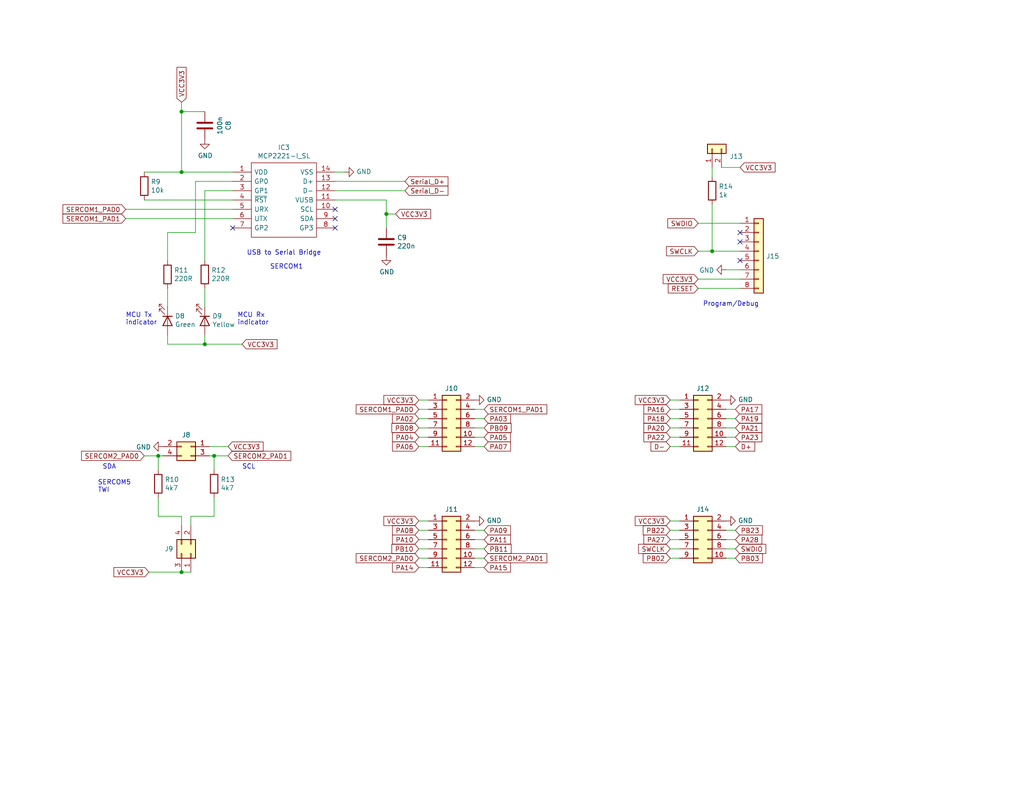
<source format=kicad_sch>
(kicad_sch (version 20211123) (generator eeschema)
  (paper "USLetter")
  (title_block (title "SAMD21 Demo Board") (date "2021-10-25") (rev "1.0") (company "Quantum Embedded Systems"))
  (lib_symbols
    (symbol "Connector_Generic:Conn_01x02" (pin_names (offset 1.016) hide)
      (property "Reference" "J" (at 0 2.54 0))
      (property "Value" "Conn_01x02" (at 0 -5.08 0))
      (symbol "Conn_01x02_1_1"
        (rectangle (start -1.27 -2.413) (end 0 -2.667) (stroke (width 0.1524)))
        (rectangle (start -1.27 0.127) (end 0 -0.127) (stroke (width 0.1524)))
        (rectangle (start -1.27 1.27) (end 1.27 -3.81) (stroke (width 0.254)) (fill (type background)))
        (pin passive line (at -5.08 0 0) (length 3.81) (name "Pin_1") (number "1"))
        (pin passive line (at -5.08 -2.54 0) (length 3.81) (name "Pin_2") (number "2"))
      )
    )
    (symbol "Connector_Generic:Conn_01x08" (pin_names (offset 1.016) hide)
      (property "Reference" "J" (at 0 10.16 0))
      (property "Value" "Conn_01x08" (at 0 -12.7 0))
      (symbol "Conn_01x08_1_1"
        (rectangle (start -1.27 -10.033) (end 0 -10.287) (stroke (width 0.1524)))
        (rectangle (start -1.27 -7.493) (end 0 -7.747) (stroke (width 0.1524)))
        (rectangle (start -1.27 -4.953) (end 0 -5.207) (stroke (width 0.1524)))
        (rectangle (start -1.27 -2.413) (end 0 -2.667) (stroke (width 0.1524)))
        (rectangle (start -1.27 0.127) (end 0 -0.127) (stroke (width 0.1524)))
        (rectangle (start -1.27 2.667) (end 0 2.413) (stroke (width 0.1524)))
        (rectangle (start -1.27 5.207) (end 0 4.953) (stroke (width 0.1524)))
        (rectangle (start -1.27 7.747) (end 0 7.493) (stroke (width 0.1524)))
        (rectangle (start -1.27 8.89) (end 1.27 -11.43) (stroke (width 0.254)) (fill (type background)))
        (pin passive line (at -5.08 7.62 0) (length 3.81) (name "Pin_1") (number "1"))
        (pin passive line (at -5.08 5.08 0) (length 3.81) (name "Pin_2") (number "2"))
        (pin passive line (at -5.08 2.54 0) (length 3.81) (name "Pin_3") (number "3"))
        (pin passive line (at -5.08 0 0) (length 3.81) (name "Pin_4") (number "4"))
        (pin passive line (at -5.08 -2.54 0) (length 3.81) (name "Pin_5") (number "5"))
        (pin passive line (at -5.08 -5.08 0) (length 3.81) (name "Pin_6") (number "6"))
        (pin passive line (at -5.08 -7.62 0) (length 3.81) (name "Pin_7") (number "7"))
        (pin passive line (at -5.08 -10.16 0) (length 3.81) (name "Pin_8") (number "8"))
      )
    )
    (symbol "Connector_Generic:Conn_02x02_Odd_Even" (pin_names (offset 1.016) hide)
      (property "Reference" "J" (at 1.27 2.54 0))
      (property "Value" "Conn_02x02_Odd_Even" (at 1.27 -5.08 0))
      (symbol "Conn_02x02_Odd_Even_1_1"
        (rectangle (start -1.27 -2.413) (end 0 -2.667) (stroke (width 0.1524)))
        (rectangle (start -1.27 0.127) (end 0 -0.127) (stroke (width 0.1524)))
        (rectangle (start -1.27 1.27) (end 3.81 -3.81) (stroke (width 0.254)) (fill (type background)))
        (rectangle (start 3.81 -2.413) (end 2.54 -2.667) (stroke (width 0.1524)))
        (rectangle (start 3.81 0.127) (end 2.54 -0.127) (stroke (width 0.1524)))
        (pin passive line (at -5.08 0 0) (length 3.81) (name "Pin_1") (number "1"))
        (pin passive line (at 7.62 0 180) (length 3.81) (name "Pin_2") (number "2"))
        (pin passive line (at -5.08 -2.54 0) (length 3.81) (name "Pin_3") (number "3"))
        (pin passive line (at 7.62 -2.54 180) (length 3.81) (name "Pin_4") (number "4"))
      )
    )
    (symbol "Connector_Generic:Conn_02x05_Odd_Even" (pin_names (offset 1.016) hide)
      (property "Reference" "J" (at 1.27 7.62 0))
      (property "Value" "Conn_02x05_Odd_Even" (at 1.27 -7.62 0))
      (symbol "Conn_02x05_Odd_Even_1_1"
        (rectangle (start -1.27 -4.953) (end 0 -5.207) (stroke (width 0.1524)))
        (rectangle (start -1.27 -2.413) (end 0 -2.667) (stroke (width 0.1524)))
        (rectangle (start -1.27 0.127) (end 0 -0.127) (stroke (width 0.1524)))
        (rectangle (start -1.27 2.667) (end 0 2.413) (stroke (width 0.1524)))
        (rectangle (start -1.27 5.207) (end 0 4.953) (stroke (width 0.1524)))
        (rectangle (start -1.27 6.35) (end 3.81 -6.35) (stroke (width 0.254)) (fill (type background)))
        (rectangle (start 3.81 -4.953) (end 2.54 -5.207) (stroke (width 0.1524)))
        (rectangle (start 3.81 -2.413) (end 2.54 -2.667) (stroke (width 0.1524)))
        (rectangle (start 3.81 0.127) (end 2.54 -0.127) (stroke (width 0.1524)))
        (rectangle (start 3.81 2.667) (end 2.54 2.413) (stroke (width 0.1524)))
        (rectangle (start 3.81 5.207) (end 2.54 4.953) (stroke (width 0.1524)))
        (pin passive line (at -5.08 5.08 0) (length 3.81) (name "Pin_1") (number "1"))
        (pin passive line (at 7.62 -5.08 180) (length 3.81) (name "Pin_10") (number "10"))
        (pin passive line (at 7.62 5.08 180) (length 3.81) (name "Pin_2") (number "2"))
        (pin passive line (at -5.08 2.54 0) (length 3.81) (name "Pin_3") (number "3"))
        (pin passive line (at 7.62 2.54 180) (length 3.81) (name "Pin_4") (number "4"))
        (pin passive line (at -5.08 0 0) (length 3.81) (name "Pin_5") (number "5"))
        (pin passive line (at 7.62 0 180) (length 3.81) (name "Pin_6") (number "6"))
        (pin passive line (at -5.08 -2.54 0) (length 3.81) (name "Pin_7") (number "7"))
        (pin passive line (at 7.62 -2.54 180) (length 3.81) (name "Pin_8") (number "8"))
        (pin passive line (at -5.08 -5.08 0) (length 3.81) (name "Pin_9") (number "9"))
      )
    )
    (symbol "Connector_Generic:Conn_02x06_Odd_Even" (pin_names (offset 1.016) hide)
      (property "Reference" "J" (at 1.27 7.62 0))
      (property "Value" "Conn_02x06_Odd_Even" (at 1.27 -10.16 0))
      (symbol "Conn_02x06_Odd_Even_1_1"
        (rectangle (start -1.27 -7.493) (end 0 -7.747) (stroke (width 0.1524)))
        (rectangle (start -1.27 -4.953) (end 0 -5.207) (stroke (width 0.1524)))
        (rectangle (start -1.27 -2.413) (end 0 -2.667) (stroke (width 0.1524)))
        (rectangle (start -1.27 0.127) (end 0 -0.127) (stroke (width 0.1524)))
        (rectangle (start -1.27 2.667) (end 0 2.413) (stroke (width 0.1524)))
        (rectangle (start -1.27 5.207) (end 0 4.953) (stroke (width 0.1524)))
        (rectangle (start -1.27 6.35) (end 3.81 -8.89) (stroke (width 0.254)) (fill (type background)))
        (rectangle (start 3.81 -7.493) (end 2.54 -7.747) (stroke (width 0.1524)))
        (rectangle (start 3.81 -4.953) (end 2.54 -5.207) (stroke (width 0.1524)))
        (rectangle (start 3.81 -2.413) (end 2.54 -2.667) (stroke (width 0.1524)))
        (rectangle (start 3.81 0.127) (end 2.54 -0.127) (stroke (width 0.1524)))
        (rectangle (start 3.81 2.667) (end 2.54 2.413) (stroke (width 0.1524)))
        (rectangle (start 3.81 5.207) (end 2.54 4.953) (stroke (width 0.1524)))
        (pin passive line (at -5.08 5.08 0) (length 3.81) (name "Pin_1") (number "1"))
        (pin passive line (at 7.62 -5.08 180) (length 3.81) (name "Pin_10") (number "10"))
        (pin passive line (at -5.08 -7.62 0) (length 3.81) (name "Pin_11") (number "11"))
        (pin passive line (at 7.62 -7.62 180) (length 3.81) (name "Pin_12") (number "12"))
        (pin passive line (at 7.62 5.08 180) (length 3.81) (name "Pin_2") (number "2"))
        (pin passive line (at -5.08 2.54 0) (length 3.81) (name "Pin_3") (number "3"))
        (pin passive line (at 7.62 2.54 180) (length 3.81) (name "Pin_4") (number "4"))
        (pin passive line (at -5.08 0 0) (length 3.81) (name "Pin_5") (number "5"))
        (pin passive line (at 7.62 0 180) (length 3.81) (name "Pin_6") (number "6"))
        (pin passive line (at -5.08 -2.54 0) (length 3.81) (name "Pin_7") (number "7"))
        (pin passive line (at 7.62 -2.54 180) (length 3.81) (name "Pin_8") (number "8"))
        (pin passive line (at -5.08 -5.08 0) (length 3.81) (name "Pin_9") (number "9"))
      )
    )
    (symbol "Device:C" (pin_numbers hide) (pin_names (offset 0.254))
      (property "Reference" "C" (at 0.635 2.54 0))
      (property "Value" "C" (at 0.635 -2.54 0))
      (symbol "C_0_1"
        (polyline (pts (xy -2.032 -0.762) (xy 2.032 -0.762)) (stroke (width 0.508)))
        (polyline (pts (xy -2.032 0.762) (xy 2.032 0.762)) (stroke (width 0.508)))
      )
      (symbol "C_1_1"
        (pin passive line (at 0 3.81 270) (length 2.794) (name "~") (number "1"))
        (pin passive line (at 0 -3.81 90) (length 2.794) (name "~") (number "2"))
      )
    )
    (symbol "Device:LED" (pin_numbers hide) (pin_names (offset 1.016) hide)
      (property "Reference" "D" (at 0 2.54 0))
      (property "Value" "LED" (at 0 -2.54 0))
      (symbol "LED_0_1"
        (polyline (pts (xy -1.27 -1.27) (xy -1.27 1.27)) (stroke (width 0.254)))
        (polyline (pts (xy -1.27 0) (xy 1.27 0)))
        (polyline (pts (xy 1.27 -1.27) (xy 1.27 1.27) (xy -1.27 0) (xy 1.27 -1.27)) (stroke (width 0.254)))
        (polyline (pts (xy -3.048 -0.762) (xy -4.572 -2.286) (xy -3.81 -2.286) (xy -4.572 -2.286) (xy -4.572 -1.524)))
        (polyline (pts (xy -1.778 -0.762) (xy -3.302 -2.286) (xy -2.54 -2.286) (xy -3.302 -2.286) (xy -3.302 -1.524)))
      )
      (symbol "LED_1_1"
        (pin passive line (at -3.81 0 0) (length 2.54) (name "K") (number "1"))
        (pin passive line (at 3.81 0 180) (length 2.54) (name "A") (number "2"))
      )
    )
    (symbol "Device:R" (pin_numbers hide) (pin_names (offset 0))
      (property "Reference" "R" (at 2.032 0 90))
      (property "Value" "R" (at 0 0 90))
      (symbol "R_0_1"
        (rectangle (start -1.016 -2.54) (end 1.016 2.54) (stroke (width 0.254)))
      )
      (symbol "R_1_1"
        (pin passive line (at 0 3.81 270) (length 1.27) (name "~") (number "1"))
        (pin passive line (at 0 -3.81 90) (length 1.27) (name "~") (number "2"))
      )
    )
    (symbol "SamacSys_Parts:MCP2221-I_SL" (pin_names (offset 0.762))
      (property "Reference" "IC" (at 24.13 7.62 0))
      (property "Value" "SamacSys_Parts_MCP2221-I_SL" (at 24.13 5.08 0))
      (symbol "MCP2221-I_SL_0_0"
        (pin passive line (at 0 0 0) (length 5.08) (name "VDD") (number "1"))
        (pin passive line (at 27.94 -10.16 180) (length 5.08) (name "SCL") (number "10"))
        (pin passive line (at 27.94 -7.62 180) (length 5.08) (name "VUSB") (number "11"))
        (pin passive line (at 27.94 -5.08 180) (length 5.08) (name "D-") (number "12"))
        (pin passive line (at 27.94 -2.54 180) (length 5.08) (name "D+") (number "13"))
        (pin passive line (at 27.94 0 180) (length 5.08) (name "VSS") (number "14"))
        (pin passive line (at 0 -2.54 0) (length 5.08) (name "GP0") (number "2"))
        (pin passive line (at 0 -5.08 0) (length 5.08) (name "GP1") (number "3"))
        (pin passive line (at 0 -7.62 0) (length 5.08) (name "~{RST}") (number "4"))
        (pin passive line (at 0 -10.16 0) (length 5.08) (name "URX") (number "5"))
        (pin passive line (at 0 -12.7 0) (length 5.08) (name "UTX") (number "6"))
        (pin passive line (at 0 -15.24 0) (length 5.08) (name "GP2") (number "7"))
        (pin passive line (at 27.94 -15.24 180) (length 5.08) (name "GP3") (number "8"))
        (pin passive line (at 27.94 -12.7 180) (length 5.08) (name "SDA") (number "9"))
      )
      (symbol "MCP2221-I_SL_0_1"
        (polyline (pts (xy 5.08 2.54) (xy 22.86 2.54) (xy 22.86 -17.78) (xy 5.08 -17.78) (xy 5.08 2.54)) (stroke (width 0.1524)))
      )
    )
    (symbol "power:GND" (power) (pin_names (offset 0))
      (property "Value" "GND" (at 0 -3.81 0))
      (symbol "GND_0_1"
        (polyline (pts (xy 0 0) (xy 0 -1.27) (xy 1.27 -1.27) (xy 0 -2.54) (xy -1.27 -1.27) (xy 0 -1.27)))
      )
      (symbol "GND_1_1"
        (pin power_in line (at 0 0 270) (length 0) hide (name "GND") (number "1"))
      )
    )
  )
  (junction (at 58.42 124.46))
  (junction (at 49.53 156.21))
  (junction (at 49.53 30.48))
  (junction (at 43.18 124.46))
  (junction (at 194.31 68.58))
  (junction (at 105.41 58.42))
  (junction (at 49.53 46.99))
  (junction (at 55.88 93.98))
  (no_connect (at 201.93 63.5))
  (no_connect (at 91.44 57.15))
  (no_connect (at 91.44 62.23))
  (no_connect (at 91.44 59.69))
  (no_connect (at 201.93 71.12))
  (no_connect (at 63.5 62.23))
  (no_connect (at 201.93 66.04))
  (wire (pts (xy 34.29 59.69) (xy 63.5 59.69)))
  (wire (pts (xy 45.72 93.98) (xy 55.88 93.98)))
  (wire (pts (xy 116.84 144.78) (xy 114.3 144.78)))
  (wire (pts (xy 114.3 142.24) (xy 116.84 142.24)))
  (wire (pts (xy 57.15 121.92) (xy 62.23 121.92)))
  (wire (pts (xy 194.31 55.88) (xy 194.31 68.58)))
  (wire (pts (xy 114.3 111.76) (xy 116.84 111.76)))
  (wire (pts (xy 190.5 78.74) (xy 201.93 78.74)))
  (wire (pts (xy 114.3 154.94) (xy 116.84 154.94)))
  (wire (pts (xy 93.98 46.99) (xy 91.44 46.99)))
  (wire (pts (xy 185.42 142.24) (xy 182.88 142.24)))
  (wire (pts (xy 200.66 149.86) (xy 198.12 149.86)))
  (wire (pts (xy 55.88 52.07) (xy 55.88 71.12)))
  (wire (pts (xy 116.84 149.86) (xy 114.3 149.86)))
  (wire (pts (xy 114.3 116.84) (xy 116.84 116.84)))
  (wire (pts (xy 43.18 140.97) (xy 49.53 140.97)))
  (wire (pts (xy 58.42 135.89) (xy 58.42 140.97)))
  (wire (pts (xy 39.37 124.46) (xy 43.18 124.46)))
  (wire (pts (xy 201.93 68.58) (xy 194.31 68.58)))
  (wire (pts (xy 201.93 76.2) (xy 190.5 76.2)))
  (wire (pts (xy 129.54 154.94) (xy 132.08 154.94)))
  (wire (pts (xy 55.88 30.48) (xy 49.53 30.48)))
  (wire (pts (xy 132.08 121.92) (xy 129.54 121.92)))
  (wire (pts (xy 182.88 119.38) (xy 185.42 119.38)))
  (wire (pts (xy 114.3 121.92) (xy 116.84 121.92)))
  (wire (pts (xy 107.95 58.42) (xy 105.41 58.42)))
  (wire (pts (xy 194.31 68.58) (xy 190.5 68.58)))
  (wire (pts (xy 52.07 156.21) (xy 49.53 156.21)))
  (wire (pts (xy 34.29 57.15) (xy 63.5 57.15)))
  (wire (pts (xy 198.12 114.3) (xy 200.66 114.3)))
  (wire (pts (xy 196.85 45.72) (xy 201.93 45.72)))
  (wire (pts (xy 185.42 121.92) (xy 182.88 121.92)))
  (wire (pts (xy 201.93 73.66) (xy 198.12 73.66)))
  (wire (pts (xy 132.08 147.32) (xy 129.54 147.32)))
  (wire (pts (xy 182.88 109.22) (xy 185.42 109.22)))
  (wire (pts (xy 129.54 149.86) (xy 132.08 149.86)))
  (wire (pts (xy 114.3 152.4) (xy 116.84 152.4)))
  (wire (pts (xy 200.66 121.92) (xy 198.12 121.92)))
  (wire (pts (xy 182.88 147.32) (xy 185.42 147.32)))
  (wire (pts (xy 185.42 111.76) (xy 182.88 111.76)))
  (wire (pts (xy 200.66 116.84) (xy 198.12 116.84)))
  (wire (pts (xy 49.53 46.99) (xy 49.53 30.48)))
  (wire (pts (xy 45.72 78.74) (xy 45.72 83.82)))
  (wire (pts (xy 114.3 109.22) (xy 116.84 109.22)))
  (wire (pts (xy 185.42 152.4) (xy 182.88 152.4)))
  (wire (pts (xy 91.44 54.61) (xy 105.41 54.61)))
  (wire (pts (xy 45.72 91.44) (xy 45.72 93.98)))
  (wire (pts (xy 58.42 128.27) (xy 58.42 124.46)))
  (wire (pts (xy 132.08 116.84) (xy 129.54 116.84)))
  (wire (pts (xy 40.64 156.21) (xy 49.53 156.21)))
  (wire (pts (xy 91.44 49.53) (xy 110.49 49.53)))
  (wire (pts (xy 58.42 124.46) (xy 62.23 124.46)))
  (wire (pts (xy 43.18 128.27) (xy 43.18 124.46)))
  (wire (pts (xy 129.54 144.78) (xy 132.08 144.78)))
  (wire (pts (xy 132.08 111.76) (xy 129.54 111.76)))
  (wire (pts (xy 198.12 147.32) (xy 200.66 147.32)))
  (wire (pts (xy 198.12 152.4) (xy 200.66 152.4)))
  (wire (pts (xy 114.3 114.3) (xy 116.84 114.3)))
  (wire (pts (xy 198.12 144.78) (xy 200.66 144.78)))
  (wire (pts (xy 55.88 93.98) (xy 66.04 93.98)))
  (wire (pts (xy 45.72 63.5) (xy 45.72 71.12)))
  (wire (pts (xy 198.12 119.38) (xy 200.66 119.38)))
  (wire (pts (xy 49.53 140.97) (xy 49.53 143.51)))
  (wire (pts (xy 185.42 116.84) (xy 182.88 116.84)))
  (wire (pts (xy 129.54 119.38) (xy 132.08 119.38)))
  (wire (pts (xy 105.41 58.42) (xy 105.41 62.23)))
  (wire (pts (xy 39.37 46.99) (xy 49.53 46.99)))
  (wire (pts (xy 129.54 114.3) (xy 132.08 114.3)))
  (wire (pts (xy 43.18 135.89) (xy 43.18 140.97)))
  (wire (pts (xy 63.5 49.53) (xy 53.34 49.53)))
  (wire (pts (xy 53.34 49.53) (xy 53.34 63.5)))
  (wire (pts (xy 116.84 119.38) (xy 114.3 119.38)))
  (wire (pts (xy 194.31 48.26) (xy 194.31 45.72)))
  (wire (pts (xy 57.15 124.46) (xy 58.42 124.46)))
  (wire (pts (xy 114.3 147.32) (xy 116.84 147.32)))
  (wire (pts (xy 190.5 60.96) (xy 201.93 60.96)))
  (wire (pts (xy 43.18 124.46) (xy 44.45 124.46)))
  (wire (pts (xy 49.53 30.48) (xy 49.53 27.94)))
  (wire (pts (xy 52.07 140.97) (xy 52.07 143.51)))
  (wire (pts (xy 182.88 149.86) (xy 185.42 149.86)))
  (wire (pts (xy 63.5 52.07) (xy 55.88 52.07)))
  (wire (pts (xy 105.41 54.61) (xy 105.41 58.42)))
  (wire (pts (xy 53.34 63.5) (xy 45.72 63.5)))
  (wire (pts (xy 58.42 140.97) (xy 52.07 140.97)))
  (wire (pts (xy 182.88 144.78) (xy 185.42 144.78)))
  (wire (pts (xy 55.88 78.74) (xy 55.88 83.82)))
  (wire (pts (xy 55.88 91.44) (xy 55.88 93.98)))
  (wire (pts (xy 63.5 46.99) (xy 49.53 46.99)))
  (wire (pts (xy 132.08 152.4) (xy 129.54 152.4)))
  (wire (pts (xy 182.88 114.3) (xy 185.42 114.3)))
  (wire (pts (xy 110.49 52.07) (xy 91.44 52.07)))
  (wire (pts (xy 63.5 54.61) (xy 39.37 54.61)))
  (wire (pts (xy 200.66 111.76) (xy 198.12 111.76)))
  (text "MCU Tx\nindicator" (at 34.29 88.9 0) (effects (font (size 1.27 1.27)) (justify left bottom)))
  (text "SCL" (at 66.04 128.27 0) (effects (font (size 1.27 1.27)) (justify left bottom)))
  (text "USB to Serial Bridge" (at 67.31 69.85 0) (effects (font (size 1.27 1.27)) (justify left bottom)))
  (text "SDA" (at 27.94 128.27 0) (effects (font (size 1.27 1.27)) (justify left bottom)))
  (text "MCU Rx\nindicator" (at 64.77 88.9 0) (effects (font (size 1.27 1.27)) (justify left bottom)))
  (text "SERCOM5\nTWI" (at 26.67 134.62 0) (effects (font (size 1.27 1.27)) (justify left bottom)))
  (text "Program/Debug" (at 191.77 83.82 0) (effects (font (size 1.27 1.27)) (justify left bottom)))
  (text "SERCOM1" (at 73.66 73.66 0) (effects (font (size 1.27 1.27)) (justify left bottom)))
  (global_label "PA09" (shape input) (at 132.08 144.78 0) (property "Intersheet References" "${INTERSHEET_REFS}" (effects hide)))
  (global_label "PA23" (shape input) (at 200.66 119.38 0) (property "Intersheet References" "${INTERSHEET_REFS}" (effects hide)))
  (global_label "D+" (shape input) (at 200.66 121.92 0) (property "Intersheet References" "${INTERSHEET_REFS}" (effects hide)))
  (global_label "RESET" (shape input) (at 190.5 78.74 180) (property "Intersheet References" "${INTERSHEET_REFS}" (effects hide)))
  (global_label "SERCOM1_PAD0" (shape input) (at 34.29 57.15 180) (property "Intersheet References" "${INTERSHEET_REFS}" (effects hide)))
  (global_label "SERCOM1_PAD0" (shape input) (at 114.3 111.76 180) (property "Intersheet References" "${INTERSHEET_REFS}" (effects hide)))
  (global_label "PA03" (shape input) (at 132.08 114.3 0) (property "Intersheet References" "${INTERSHEET_REFS}" (effects hide)))
  (global_label "VCC3V3" (shape input) (at 40.64 156.21 180) (property "Intersheet References" "${INTERSHEET_REFS}" (effects hide)))
  (global_label "PB22" (shape input) (at 182.88 144.78 180) (property "Intersheet References" "${INTERSHEET_REFS}" (effects hide)))
  (global_label "VCC3V3" (shape input) (at 62.23 121.92 0) (property "Intersheet References" "${INTERSHEET_REFS}" (effects hide)))
  (global_label "PA02" (shape input) (at 114.3 114.3 180) (property "Intersheet References" "${INTERSHEET_REFS}" (effects hide)))
  (global_label "PA19" (shape input) (at 200.66 114.3 0) (property "Intersheet References" "${INTERSHEET_REFS}" (effects hide)))
  (global_label "PA20" (shape input) (at 182.88 116.84 180) (property "Intersheet References" "${INTERSHEET_REFS}" (effects hide)))
  (global_label "SERCOM2_PAD1" (shape input) (at 62.23 124.46 0) (property "Intersheet References" "${INTERSHEET_REFS}" (effects hide)))
  (global_label "SWCLK" (shape input) (at 190.5 68.58 180) (property "Intersheet References" "${INTERSHEET_REFS}" (effects hide)))
  (global_label "PB02" (shape input) (at 182.88 152.4 180) (property "Intersheet References" "${INTERSHEET_REFS}" (effects hide)))
  (global_label "PA27" (shape input) (at 182.88 147.32 180) (property "Intersheet References" "${INTERSHEET_REFS}" (effects hide)))
  (global_label "VCC3V3" (shape input) (at 190.5 76.2 180) (property "Intersheet References" "${INTERSHEET_REFS}" (effects hide)))
  (global_label "VCC3V3" (shape input) (at 114.3 109.22 180) (property "Intersheet References" "${INTERSHEET_REFS}" (effects hide)))
  (global_label "VCC3V3" (shape input) (at 182.88 109.22 180) (property "Intersheet References" "${INTERSHEET_REFS}" (effects hide)))
  (global_label "PA04" (shape input) (at 114.3 119.38 180) (property "Intersheet References" "${INTERSHEET_REFS}" (effects hide)))
  (global_label "VCC3V3" (shape input) (at 66.04 93.98 0) (property "Intersheet References" "${INTERSHEET_REFS}" (effects hide)))
  (global_label "PA21" (shape input) (at 200.66 116.84 0) (property "Intersheet References" "${INTERSHEET_REFS}" (effects hide)))
  (global_label "VCC3V3" (shape input) (at 182.88 142.24 180) (property "Intersheet References" "${INTERSHEET_REFS}" (effects hide)))
  (global_label "PA18" (shape input) (at 182.88 114.3 180) (property "Intersheet References" "${INTERSHEET_REFS}" (effects hide)))
  (global_label "D-" (shape input) (at 182.88 121.92 180) (property "Intersheet References" "${INTERSHEET_REFS}" (effects hide)))
  (global_label "PA16" (shape input) (at 182.88 111.76 180) (property "Intersheet References" "${INTERSHEET_REFS}" (effects hide)))
  (global_label "PB08" (shape input) (at 114.3 116.84 180) (property "Intersheet References" "${INTERSHEET_REFS}" (effects hide)))
  (global_label "PA14" (shape input) (at 114.3 154.94 180) (property "Intersheet References" "${INTERSHEET_REFS}" (effects hide)))
  (global_label "PB11" (shape input) (at 132.08 149.86 0) (property "Intersheet References" "${INTERSHEET_REFS}" (effects hide)))
  (global_label "PA06" (shape input) (at 114.3 121.92 180) (property "Intersheet References" "${INTERSHEET_REFS}" (effects hide)))
  (global_label "SERCOM2_PAD0" (shape input) (at 39.37 124.46 180) (property "Intersheet References" "${INTERSHEET_REFS}" (effects hide)))
  (global_label "VCC3V3" (shape input) (at 114.3 142.24 180) (property "Intersheet References" "${INTERSHEET_REFS}" (effects hide)))
  (global_label "PA05" (shape input) (at 132.08 119.38 0) (property "Intersheet References" "${INTERSHEET_REFS}" (effects hide)))
  (global_label "PB03" (shape input) (at 200.66 152.4 0) (property "Intersheet References" "${INTERSHEET_REFS}" (effects hide)))
  (global_label "PB23" (shape input) (at 200.66 144.78 0) (property "Intersheet References" "${INTERSHEET_REFS}" (effects hide)))
  (global_label "SWDIO" (shape input) (at 190.5 60.96 180) (property "Intersheet References" "${INTERSHEET_REFS}" (effects hide)))
  (global_label "PB10" (shape input) (at 114.3 149.86 180) (property "Intersheet References" "${INTERSHEET_REFS}" (effects hide)))
  (global_label "SERCOM1_PAD1" (shape input) (at 132.08 111.76 0) (property "Intersheet References" "${INTERSHEET_REFS}" (effects hide)))
  (global_label "PA22" (shape input) (at 182.88 119.38 180) (property "Intersheet References" "${INTERSHEET_REFS}" (effects hide)))
  (global_label "PA15" (shape input) (at 132.08 154.94 0) (property "Intersheet References" "${INTERSHEET_REFS}" (effects hide)))
  (global_label "SERCOM2_PAD0" (shape input) (at 114.3 152.4 180) (property "Intersheet References" "${INTERSHEET_REFS}" (effects hide)))
  (global_label "PA17" (shape input) (at 200.66 111.76 0) (property "Intersheet References" "${INTERSHEET_REFS}" (effects hide)))
  (global_label "VCC3V3" (shape input) (at 107.95 58.42 0) (property "Intersheet References" "${INTERSHEET_REFS}" (effects hide)))
  (global_label "Serial_D+" (shape input) (at 110.49 49.53 0) (property "Intersheet References" "${INTERSHEET_REFS}" (effects hide)))
  (global_label "SWDIO" (shape input) (at 200.66 149.86 0) (property "Intersheet References" "${INTERSHEET_REFS}" (effects hide)))
  (global_label "PB09" (shape input) (at 132.08 116.84 0) (property "Intersheet References" "${INTERSHEET_REFS}" (effects hide)))
  (global_label "PA07" (shape input) (at 132.08 121.92 0) (property "Intersheet References" "${INTERSHEET_REFS}" (effects hide)))
  (global_label "VCC3V3" (shape input) (at 49.53 27.94 90) (property "Intersheet References" "${INTERSHEET_REFS}" (effects hide)))
  (global_label "SERCOM2_PAD1" (shape input) (at 132.08 152.4 0) (property "Intersheet References" "${INTERSHEET_REFS}" (effects hide)))
  (global_label "Serial_D-" (shape input) (at 110.49 52.07 0) (property "Intersheet References" "${INTERSHEET_REFS}" (effects hide)))
  (global_label "PA28" (shape input) (at 200.66 147.32 0) (property "Intersheet References" "${INTERSHEET_REFS}" (effects hide)))
  (global_label "PA11" (shape input) (at 132.08 147.32 0) (property "Intersheet References" "${INTERSHEET_REFS}" (effects hide)))
  (global_label "SWCLK" (shape input) (at 182.88 149.86 180) (property "Intersheet References" "${INTERSHEET_REFS}" (effects hide)))
  (global_label "PA08" (shape input) (at 114.3 144.78 180) (property "Intersheet References" "${INTERSHEET_REFS}" (effects hide)))
  (global_label "SERCOM1_PAD1" (shape input) (at 34.29 59.69 180) (property "Intersheet References" "${INTERSHEET_REFS}" (effects hide)))
  (global_label "PA10" (shape input) (at 114.3 147.32 180) (property "Intersheet References" "${INTERSHEET_REFS}" (effects hide)))
  (global_label "VCC3V3" (shape input) (at 201.93 45.72 0) (property "Intersheet References" "${INTERSHEET_REFS}" (effects hide)))
  (symbol (lib_id "SamacSys_Parts:MCP2221-I_SL") (at 63.5 46.99 0) (unit 1)
    (property "Reference" "IC3" (at 77.47 40.259 0))
    (property "Value" "MCP2221-I_SL" (at 77.47 42.5704 0))
    (property "Footprint" "SamacSys_Parts:SOIC127P600X175-14N" (effects hide))
    (property "Description" "USB 2.0 to I2C/UART Converter GPIO SO14 Microchip MCP2221-I/SL, USB Converter, USB 2.0 at 12Mbit/s, 3  5.5 V, 14-Pin SOIC" (effects hide))
    (property "Height" "1.75" (effects hide))
    (property "Mouser Part Number" "579-MCP2221-I/SL" (effects hide))
    (property "Mouser Price/Stock" "https://www.mouser.co.uk/ProductDetail/Microchip-Technology/MCP2221-I-SL?qs=wzzOUr4NhYrXnl%252BgbTV6ag%3D%3D" (effects hide))
    (property "Manufacturer_Name" "Microchip" (effects hide))
    (property "Manufacturer_Part_Number" "MCP2221-I/SL" (effects hide))
  )
  (symbol (lib_id "Device:R") (at 39.37 50.8 0) (unit 1)
    (property "Reference" "R9" (at 41.148 49.6316 0) (effects (justify left)))
    (property "Value" "10k" (at 41.148 51.943 0) (effects (justify left)))
    (property "Footprint" "Resistor_SMD:R_0603_1608Metric" (effects hide))
  )
  (symbol (lib_id "Device:C") (at 105.41 66.04 0) (unit 1)
    (property "Reference" "C9" (at 108.331 64.8716 0) (effects (justify left)))
    (property "Value" "220n" (at 108.331 67.183 0) (effects (justify left)))
    (property "Footprint" "Capacitor_SMD:C_0603_1608Metric" (effects hide))
  )
  (symbol (lib_id "Device:C") (at 55.88 34.29 180) (unit 1)
    (property "Reference" "C8" (at 62.2808 34.29 90))
    (property "Value" "100n" (at 59.9694 34.29 90))
    (property "Footprint" "Capacitor_SMD:C_0603_1608Metric" (effects hide))
  )
  (symbol (lib_id "Device:R") (at 45.72 74.93 0) (unit 1)
    (property "Reference" "R11" (at 47.498 73.7616 0) (effects (justify left)))
    (property "Value" "220R" (at 47.498 76.073 0) (effects (justify left)))
    (property "Footprint" "Resistor_SMD:R_0603_1608Metric" (effects hide))
  )
  (symbol (lib_id "Device:R") (at 55.88 74.93 0) (unit 1)
    (property "Reference" "R12" (at 57.658 73.7616 0) (effects (justify left)))
    (property "Value" "220R" (at 57.658 76.073 0) (effects (justify left)))
    (property "Footprint" "Resistor_SMD:R_0603_1608Metric" (effects hide))
  )
  (symbol (lib_id "Device:LED") (at 45.72 87.63 270) (unit 1)
    (property "Reference" "D8" (at 47.752 86.2838 90) (effects (justify left)))
    (property "Value" "Green" (at 47.752 88.5952 90) (effects (justify left)))
    (property "Footprint" "LED_SMD:LED_0603_1608Metric" (effects hide))
  )
  (symbol (lib_id "Device:LED") (at 55.88 87.63 270) (unit 1)
    (property "Reference" "D9" (at 57.912 86.2838 90) (effects (justify left)))
    (property "Value" "Yellow" (at 57.912 88.5952 90) (effects (justify left)))
    (property "Footprint" "LED_SMD:LED_0603_1608Metric" (effects hide))
  )
  (symbol (lib_id "power:GND") (at 105.41 69.85 0) (unit 1)
    (property "Reference" "#PWR025" (effects hide))
    (property "Value" "GND" (at 105.537 74.2442 0))
  )
  (symbol (lib_id "power:GND") (at 55.88 38.1 0) (unit 1)
    (property "Reference" "#PWR023" (effects hide))
    (property "Value" "GND" (at 56.007 42.4942 0))
  )
  (symbol (lib_id "power:GND") (at 93.98 46.99 90) (unit 1)
    (property "Reference" "#PWR024" (effects hide))
    (property "Value" "GND" (at 97.2312 46.863 90) (effects (justify right)))
  )
  (symbol (lib_id "Connector_Generic:Conn_02x02_Odd_Even") (at 52.07 121.92 0) (mirror y) (unit 1)
    (property "Reference" "J8" (at 50.8 118.745 0))
    (property "Value" "Conn_02x02_Odd_Even" (effects hide))
    (property "Footprint" "Connector_PinHeader_2.54mm:PinHeader_2x02_P2.54mm_Vertical" (effects hide))
  )
  (symbol (lib_id "Connector_Generic:Conn_02x02_Odd_Even") (at 52.07 151.13 270) (mirror x) (unit 1)
    (property "Reference" "J9" (at 47.2948 149.86 90) (effects (justify right)))
    (property "Value" "Conn_02x02_Odd_Even" (effects hide))
    (property "Footprint" "Connector_PinHeader_2.54mm:PinHeader_2x02_P2.54mm_Vertical" (effects hide))
  )
  (symbol (lib_id "power:GND") (at 129.54 109.22 90) (unit 1)
    (property "Reference" "#PWR026" (effects hide))
    (property "Value" "GND" (at 132.7912 109.093 90) (effects (justify right)))
  )
  (symbol (lib_id "Connector_Generic:Conn_02x06_Odd_Even") (at 121.92 147.32 0) (unit 1)
    (property "Reference" "J11" (at 123.19 139.065 0))
    (property "Value" "Conn_02x06_Odd_Even" (effects hide))
    (property "Footprint" "Connector_PinHeader_2.54mm:PinHeader_2x06_P2.54mm_Vertical" (effects hide))
  )
  (symbol (lib_id "power:GND") (at 198.12 109.22 90) (unit 1)
    (property "Reference" "#PWR029" (effects hide))
    (property "Value" "GND" (at 201.3712 109.093 90) (effects (justify right)))
  )
  (symbol (lib_id "power:GND") (at 129.54 142.24 90) (unit 1)
    (property "Reference" "#PWR027" (effects hide))
    (property "Value" "GND" (at 132.7912 142.113 90) (effects (justify right)))
  )
  (symbol (lib_id "power:GND") (at 198.12 142.24 90) (unit 1)
    (property "Reference" "#PWR030" (effects hide))
    (property "Value" "GND" (at 201.3712 142.113 90) (effects (justify right)))
  )
  (symbol (lib_id "Device:R") (at 43.18 132.08 0) (unit 1)
    (property "Reference" "R10" (at 44.958 130.9116 0) (effects (justify left)))
    (property "Value" "4k7" (at 44.958 133.223 0) (effects (justify left)))
    (property "Footprint" "Resistor_SMD:R_0603_1608Metric" (effects hide))
  )
  (symbol (lib_id "Device:R") (at 58.42 132.08 0) (unit 1)
    (property "Reference" "R13" (at 60.198 130.9116 0) (effects (justify left)))
    (property "Value" "4k7" (at 60.198 133.223 0) (effects (justify left)))
    (property "Footprint" "Resistor_SMD:R_0603_1608Metric" (effects hide))
  )
  (symbol (lib_id "power:GND") (at 44.45 121.92 270) (unit 1)
    (property "Reference" "#PWR022" (effects hide))
    (property "Value" "GND" (at 41.1988 122.047 90) (effects (justify right)))
  )
  (symbol (lib_id "Connector_Generic:Conn_01x08") (at 207.01 68.58 0) (unit 1)
    (property "Reference" "J15" (at 209.042 69.9516 0) (effects (justify left)))
    (property "Value" "Conn_01x08" (effects hide))
    (property "Footprint" "Connector_PinHeader_2.54mm:PinHeader_1x08_P2.54mm_Horizontal" (effects hide))
  )
  (symbol (lib_id "power:GND") (at 198.12 73.66 270) (unit 1)
    (property "Reference" "#PWR028" (effects hide))
    (property "Value" "GND" (at 194.8688 73.787 90) (effects (justify right)))
  )
  (symbol (lib_id "Device:R") (at 194.31 52.07 0) (unit 1)
    (property "Reference" "R14" (at 196.088 50.9016 0) (effects (justify left)))
    (property "Value" "1k" (at 196.088 53.213 0) (effects (justify left)))
    (property "Footprint" "Resistor_SMD:R_0603_1608Metric" (effects hide))
  )
  (symbol (lib_id "Connector_Generic:Conn_01x02") (at 194.31 40.64 90) (unit 1)
    (property "Reference" "J13" (at 199.0852 42.7228 90) (effects (justify right)))
    (property "Value" "Conn_01x02" (effects hide))
    (property "Footprint" "Connector_PinHeader_2.54mm:PinHeader_1x02_P2.54mm_Vertical" (effects hide))
  )
  (symbol (lib_id "Connector_Generic:Conn_02x06_Odd_Even") (at 121.92 114.3 0) (unit 1)
    (property "Reference" "J10" (at 123.19 106.045 0))
    (property "Value" "Conn_02x06_Odd_Even" (effects hide))
    (property "Footprint" "Connector_PinHeader_2.54mm:PinHeader_2x06_P2.54mm_Vertical" (effects hide))
  )
  (symbol (lib_id "Connector_Generic:Conn_02x06_Odd_Even") (at 190.5 114.3 0) (unit 1)
    (property "Reference" "J12" (at 191.77 106.045 0))
    (property "Value" "Conn_02x06_Odd_Even" (effects hide))
    (property "Footprint" "Connector_PinHeader_2.54mm:PinHeader_2x06_P2.54mm_Vertical" (effects hide))
  )
  (symbol (lib_id "Connector_Generic:Conn_02x05_Odd_Even") (at 190.5 147.32 0) (unit 1)
    (property "Reference" "J14" (at 191.77 139.065 0))
    (property "Value" "Conn_02x05_Odd_Even" (effects hide))
    (property "Footprint" "Connector_PinHeader_2.54mm:PinHeader_2x05_P2.54mm_Vertical" (effects hide))
  )
)
</source>
